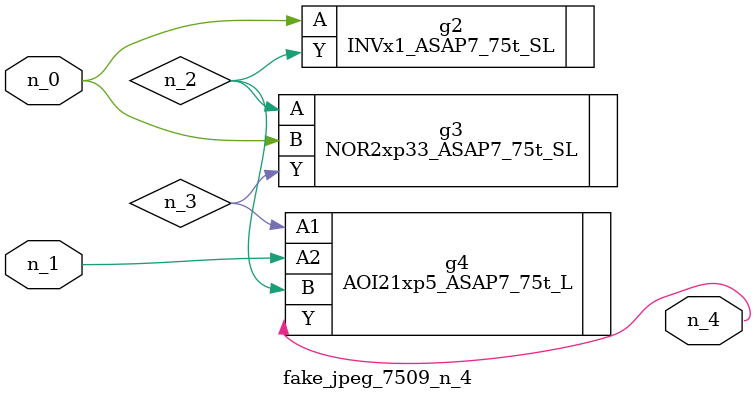
<source format=v>
module fake_jpeg_7509_n_4 (n_0, n_1, n_4);

input n_0;
input n_1;

output n_4;

wire n_2;
wire n_3;

INVx1_ASAP7_75t_SL g2 ( 
.A(n_0),
.Y(n_2)
);

NOR2xp33_ASAP7_75t_SL g3 ( 
.A(n_2),
.B(n_0),
.Y(n_3)
);

AOI21xp5_ASAP7_75t_L g4 ( 
.A1(n_3),
.A2(n_1),
.B(n_2),
.Y(n_4)
);


endmodule
</source>
